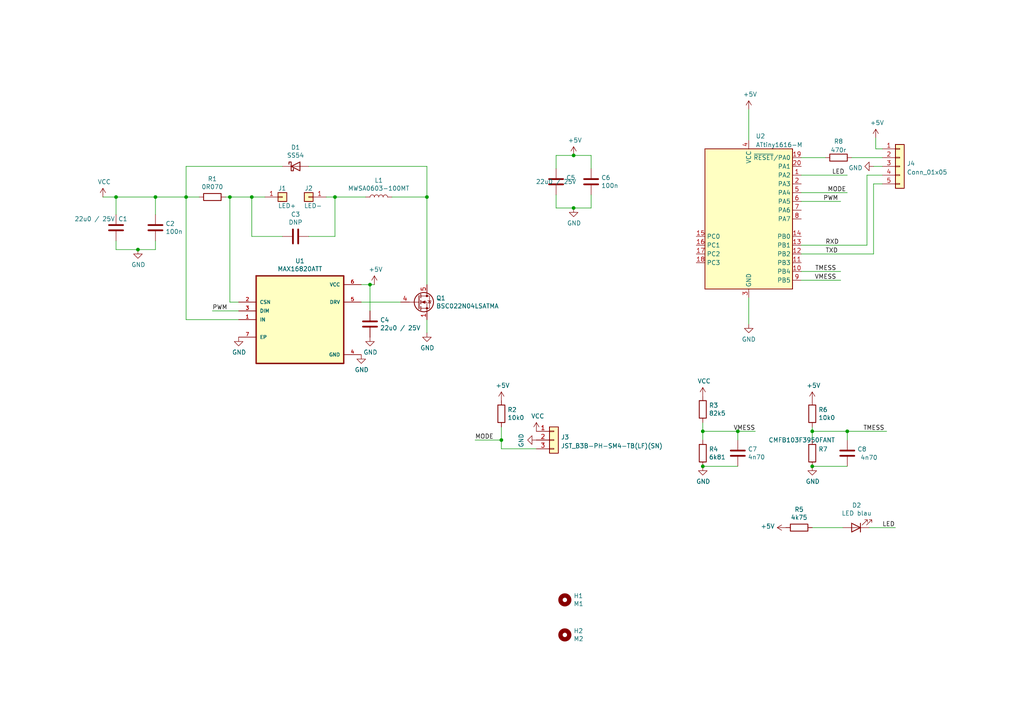
<source format=kicad_sch>
(kicad_sch (version 20211123) (generator eeschema)
  (paper "A4")
  (title_block (title "LED Buck 3A") (date "2020-10-30") (rev "4"))
  (lib_symbols
    (symbol "Connector_Generic:Conn_01x01" (pin_names (offset 1.016) hide)
      (property "Reference" "J" (at 0 2.54 0))
      (property "Value" "Conn_01x01" (at 0 -2.54 0))
      (symbol "Conn_01x01_1_1"
        (rectangle (start -1.27 0.127) (end 0 -0.127) (stroke (width 0.1524)))
        (rectangle (start -1.27 1.27) (end 1.27 -1.27) (stroke (width 0.254)) (fill (type background)))
        (pin passive line (at -5.08 0 0) (length 3.81) (name "Pin_1") (number "1"))
      )
    )
    (symbol "Connector_Generic:Conn_01x03" (pin_names (offset 1.016) hide)
      (property "Reference" "J" (at 0 5.08 0))
      (property "Value" "Conn_01x03" (at 0 -5.08 0))
      (symbol "Conn_01x03_1_1"
        (rectangle (start -1.27 -2.413) (end 0 -2.667) (stroke (width 0.1524)))
        (rectangle (start -1.27 0.127) (end 0 -0.127) (stroke (width 0.1524)))
        (rectangle (start -1.27 2.667) (end 0 2.413) (stroke (width 0.1524)))
        (rectangle (start -1.27 3.81) (end 1.27 -3.81) (stroke (width 0.254)) (fill (type background)))
        (pin passive line (at -5.08 2.54 0) (length 3.81) (name "Pin_1") (number "1"))
        (pin passive line (at -5.08 0 0) (length 3.81) (name "Pin_2") (number "2"))
        (pin passive line (at -5.08 -2.54 0) (length 3.81) (name "Pin_3") (number "3"))
      )
    )
    (symbol "Connector_Generic:Conn_01x05" (pin_names (offset 1.016) hide)
      (property "Reference" "J" (at 0 7.62 0))
      (property "Value" "Conn_01x05" (at 0 -7.62 0))
      (symbol "Conn_01x05_1_1"
        (rectangle (start -1.27 -4.953) (end 0 -5.207) (stroke (width 0.1524)))
        (rectangle (start -1.27 -2.413) (end 0 -2.667) (stroke (width 0.1524)))
        (rectangle (start -1.27 0.127) (end 0 -0.127) (stroke (width 0.1524)))
        (rectangle (start -1.27 2.667) (end 0 2.413) (stroke (width 0.1524)))
        (rectangle (start -1.27 5.207) (end 0 4.953) (stroke (width 0.1524)))
        (rectangle (start -1.27 6.35) (end 1.27 -6.35) (stroke (width 0.254)) (fill (type background)))
        (pin passive line (at -5.08 5.08 0) (length 3.81) (name "Pin_1") (number "1"))
        (pin passive line (at -5.08 2.54 0) (length 3.81) (name "Pin_2") (number "2"))
        (pin passive line (at -5.08 0 0) (length 3.81) (name "Pin_3") (number "3"))
        (pin passive line (at -5.08 -2.54 0) (length 3.81) (name "Pin_4") (number "4"))
        (pin passive line (at -5.08 -5.08 0) (length 3.81) (name "Pin_5") (number "5"))
      )
    )
    (symbol "Device:C" (pin_numbers hide) (pin_names (offset 0.254))
      (property "Reference" "C" (at 0.635 2.54 0))
      (property "Value" "C" (at 0.635 -2.54 0))
      (symbol "C_0_1"
        (polyline (pts (xy -2.032 -0.762) (xy 2.032 -0.762)) (stroke (width 0.508)))
        (polyline (pts (xy -2.032 0.762) (xy 2.032 0.762)) (stroke (width 0.508)))
      )
      (symbol "C_1_1"
        (pin passive line (at 0 3.81 270) (length 2.794) (name "~") (number "1"))
        (pin passive line (at 0 -3.81 90) (length 2.794) (name "~") (number "2"))
      )
    )
    (symbol "Device:D_Schottky" (pin_numbers hide) (pin_names (offset 1.016) hide)
      (property "Reference" "D" (at 0 2.54 0))
      (property "Value" "D_Schottky" (at 0 -2.54 0))
      (symbol "D_Schottky_0_1"
        (polyline (pts (xy 1.27 0) (xy -1.27 0)))
        (polyline (pts (xy 1.27 1.27) (xy 1.27 -1.27) (xy -1.27 0) (xy 1.27 1.27)) (stroke (width 0.254)))
        (polyline (pts (xy -1.905 0.635) (xy -1.905 1.27) (xy -1.27 1.27) (xy -1.27 -1.27) (xy -0.635 -1.27) (xy -0.635 -0.635)) (stroke (width 0.254)))
      )
      (symbol "D_Schottky_1_1"
        (pin passive line (at -3.81 0 0) (length 2.54) (name "K") (number "1"))
        (pin passive line (at 3.81 0 180) (length 2.54) (name "A") (number "2"))
      )
    )
    (symbol "Device:L" (pin_numbers hide) (pin_names (offset 1.016) hide)
      (property "Reference" "L" (at -1.27 0 90))
      (property "Value" "L" (at 1.905 0 90))
      (symbol "L_0_1"
        (arc (start 0 -2.54) (mid 0.635 -1.905) (end 0 -1.27))
        (arc (start 0 -1.27) (mid 0.635 -0.635) (end 0 0))
        (arc (start 0 0) (mid 0.635 0.635) (end 0 1.27))
        (arc (start 0 1.27) (mid 0.635 1.905) (end 0 2.54))
      )
      (symbol "L_1_1"
        (pin passive line (at 0 3.81 270) (length 1.27) (name "1") (number "1"))
        (pin passive line (at 0 -3.81 90) (length 1.27) (name "2") (number "2"))
      )
    )
    (symbol "Device:LED" (pin_numbers hide) (pin_names (offset 1.016) hide)
      (property "Reference" "D" (at 0 2.54 0))
      (property "Value" "LED" (at 0 -2.54 0))
      (symbol "LED_0_1"
        (polyline (pts (xy -1.27 -1.27) (xy -1.27 1.27)) (stroke (width 0.254)))
        (polyline (pts (xy -1.27 0) (xy 1.27 0)))
        (polyline (pts (xy 1.27 -1.27) (xy 1.27 1.27) (xy -1.27 0) (xy 1.27 -1.27)) (stroke (width 0.254)))
        (polyline (pts (xy -3.048 -0.762) (xy -4.572 -2.286) (xy -3.81 -2.286) (xy -4.572 -2.286) (xy -4.572 -1.524)))
        (polyline (pts (xy -1.778 -0.762) (xy -3.302 -2.286) (xy -2.54 -2.286) (xy -3.302 -2.286) (xy -3.302 -1.524)))
      )
      (symbol "LED_1_1"
        (pin passive line (at -3.81 0 0) (length 2.54) (name "K") (number "1"))
        (pin passive line (at 3.81 0 180) (length 2.54) (name "A") (number "2"))
      )
    )
    (symbol "Device:R" (pin_numbers hide) (pin_names (offset 0))
      (property "Reference" "R" (at 2.032 0 90))
      (property "Value" "R" (at 0 0 90))
      (symbol "R_0_1"
        (rectangle (start -1.016 -2.54) (end 1.016 2.54) (stroke (width 0.254)))
      )
      (symbol "R_1_1"
        (pin passive line (at 0 3.81 270) (length 1.27) (name "~") (number "1"))
        (pin passive line (at 0 -3.81 90) (length 1.27) (name "~") (number "2"))
      )
    )
    (symbol "MCU_Microchip_ATtiny:ATtiny1616-M"
      (property "Reference" "U" (at -12.7 21.59 0))
      (property "Value" "ATtiny1616-M" (at 2.54 -21.59 0))
      (symbol "ATtiny1616-M_0_1"
        (rectangle (start -12.7 -20.32) (end 12.7 20.32) (stroke (width 0.254)) (fill (type background)))
      )
      (symbol "ATtiny1616-M_1_1"
        (pin bidirectional line (at 15.24 12.7 180) (length 2.54) (name "PA2") (number "1"))
        (pin bidirectional line (at 15.24 -15.24 180) (length 2.54) (name "PB4") (number "10"))
        (pin bidirectional line (at 15.24 -12.7 180) (length 2.54) (name "PB3") (number "11"))
        (pin bidirectional line (at 15.24 -10.16 180) (length 2.54) (name "PB2") (number "12"))
        (pin bidirectional line (at 15.24 -7.62 180) (length 2.54) (name "PB1") (number "13"))
        (pin bidirectional line (at 15.24 -5.08 180) (length 2.54) (name "PB0") (number "14"))
        (pin bidirectional line (at -15.24 -5.08 0) (length 2.54) (name "PC0") (number "15"))
        (pin bidirectional line (at -15.24 -7.62 0) (length 2.54) (name "PC1") (number "16"))
        (pin bidirectional line (at -15.24 -10.16 0) (length 2.54) (name "PC2") (number "17"))
        (pin bidirectional line (at -15.24 -12.7 0) (length 2.54) (name "PC3") (number "18"))
        (pin bidirectional line (at 15.24 17.78 180) (length 2.54) (name "~{RESET}/PA0") (number "19"))
        (pin bidirectional line (at 15.24 10.16 180) (length 2.54) (name "PA3") (number "2"))
        (pin bidirectional line (at 15.24 15.24 180) (length 2.54) (name "PA1") (number "20"))
        (pin passive line (at 0 -22.86 90) (length 2.54) hide (name "GND") (number "21"))
        (pin power_in line (at 0 -22.86 90) (length 2.54) (name "GND") (number "3"))
        (pin power_in line (at 0 22.86 270) (length 2.54) (name "VCC") (number "4"))
        (pin bidirectional line (at 15.24 7.62 180) (length 2.54) (name "PA4") (number "5"))
        (pin bidirectional line (at 15.24 5.08 180) (length 2.54) (name "PA5") (number "6"))
        (pin bidirectional line (at 15.24 2.54 180) (length 2.54) (name "PA6") (number "7"))
        (pin bidirectional line (at 15.24 0 180) (length 2.54) (name "PA7") (number "8"))
        (pin bidirectional line (at 15.24 -17.78 180) (length 2.54) (name "PB5") (number "9"))
      )
    )
    (symbol "Mechanical:MountingHole" (pin_names (offset 1.016))
      (property "Reference" "H" (at 0 5.08 0))
      (property "Value" "MountingHole" (at 0 3.175 0))
      (symbol "MountingHole_0_1"
        (circle (center 0 0) (radius 1.27) (stroke (width 1.27)))
      )
    )
    (symbol "Transistor_FET:BSC040N08NS5" (pin_names hide)
      (property "Reference" "Q" (at 5.08 1.905 0))
      (property "Value" "BSC040N08NS5" (at 5.08 0 0))
      (symbol "BSC040N08NS5_0_1"
        (polyline (pts (xy 0.254 0) (xy -2.54 0)))
        (polyline (pts (xy 0.254 1.905) (xy 0.254 -1.905)) (stroke (width 0.254)))
        (polyline (pts (xy 0.762 -1.27) (xy 0.762 -2.286)) (stroke (width 0.254)))
        (polyline (pts (xy 0.762 0.508) (xy 0.762 -0.508)) (stroke (width 0.254)))
        (polyline (pts (xy 0.762 2.286) (xy 0.762 1.27)) (stroke (width 0.254)))
        (polyline (pts (xy 2.54 2.54) (xy 2.54 1.778)))
        (polyline (pts (xy 2.54 -2.54) (xy 2.54 0) (xy 0.762 0)))
        (polyline (pts (xy 0.762 -1.778) (xy 3.302 -1.778) (xy 3.302 1.778) (xy 0.762 1.778)))
        (polyline (pts (xy 1.016 0) (xy 2.032 0.381) (xy 2.032 -0.381) (xy 1.016 0)) (fill (type outline)))
        (polyline (pts (xy 2.794 0.508) (xy 2.921 0.381) (xy 3.683 0.381) (xy 3.81 0.254)))
        (polyline (pts (xy 3.302 0.381) (xy 2.921 -0.254) (xy 3.683 -0.254) (xy 3.302 0.381)))
        (circle (center 1.651 0) (radius 2.794) (stroke (width 0.254)))
        (circle (center 2.54 -1.778) (radius 0.254) (fill (type outline)))
        (circle (center 2.54 1.778) (radius 0.254) (fill (type outline)))
      )
      (symbol "BSC040N08NS5_1_1"
        (pin passive line (at 2.54 -5.08 90) (length 2.54) (name "S") (number "1"))
        (pin passive line (at 2.54 -5.08 90) (length 2.54) hide (name "S") (number "2"))
        (pin passive line (at 2.54 -5.08 90) (length 2.54) hide (name "S") (number "3"))
        (pin passive line (at -5.08 0 0) (length 2.54) (name "G") (number "4"))
        (pin passive line (at 2.54 5.08 270) (length 2.54) (name "D") (number "5"))
      )
    )
    (symbol "buck3a:MAX16819ATT+T" (pin_names (offset 1.016))
      (property "Reference" "U" (at -12.7 13.6906 0))
      (property "Value" "MAX16819ATT+T" (at -12.7 -16.6878 0))
      (symbol "MAX16819ATT+T_0_0"
        (pin input line (at -17.78 0 0) (length 5.08) (name "IN") (number "1"))
        (pin input line (at -17.78 5.08 0) (length 5.08) (name "CSN") (number "2"))
        (pin input line (at -17.78 2.54 0) (length 5.08) (name "DIM") (number "3"))
        (pin power_in line (at 17.78 -10.16 180) (length 5.08) (name "GND") (number "4"))
        (pin output line (at 17.78 5.08 180) (length 5.08) (name "DRV") (number "5"))
        (pin power_in line (at 17.78 10.16 180) (length 5.08) (name "VCC") (number "6"))
        (pin bidirectional line (at -17.78 -5.08 0) (length 5.08) (name "EP") (number "7"))
      )
      (symbol "MAX16819ATT+T_1_0"
        (rectangle (start 12.7 -12.7) (end -12.7 12.7) (stroke (width 0.4064)) (fill (type background)))
      )
    )
    (symbol "power:+5V" (power) (pin_names (offset 0))
      (property "Value" "+5V" (at 0 3.556 0))
      (symbol "+5V_0_1"
        (polyline (pts (xy -0.762 1.27) (xy 0 2.54)))
        (polyline (pts (xy 0 0) (xy 0 2.54)))
        (polyline (pts (xy 0 2.54) (xy 0.762 1.27)))
      )
      (symbol "+5V_1_1"
        (pin power_in line (at 0 0 90) (length 0) hide (name "+5V") (number "1"))
      )
    )
    (symbol "power:GND" (power) (pin_names (offset 0))
      (property "Value" "GND" (at 0 -3.81 0))
      (symbol "GND_0_1"
        (polyline (pts (xy 0 0) (xy 0 -1.27) (xy 1.27 -1.27) (xy 0 -2.54) (xy -1.27 -1.27) (xy 0 -1.27)))
      )
      (symbol "GND_1_1"
        (pin power_in line (at 0 0 270) (length 0) hide (name "GND") (number "1"))
      )
    )
    (symbol "power:VCC" (power) (pin_names (offset 0))
      (property "Value" "VCC" (at 0 3.81 0))
      (symbol "VCC_0_1"
        (polyline (pts (xy -0.762 1.27) (xy 0 2.54)))
        (polyline (pts (xy 0 0) (xy 0 2.54)))
        (polyline (pts (xy 0 2.54) (xy 0.762 1.27)))
      )
      (symbol "VCC_1_1"
        (pin power_in line (at 0 0 90) (length 0) hide (name "VCC") (number "1"))
      )
    )
  )
  (junction (at 53.975 57.15))
  (junction (at 40.005 72.39))
  (junction (at 245.745 125.095))
  (junction (at 123.825 57.15))
  (junction (at 66.675 57.15))
  (junction (at 235.585 135.255))
  (junction (at 213.995 125.095))
  (junction (at 73.025 57.15))
  (junction (at 45.085 57.15))
  (junction (at 166.37 60.325))
  (junction (at 235.585 125.095))
  (junction (at 145.415 127.635))
  (junction (at 203.835 135.255))
  (junction (at 166.37 45.085))
  (junction (at 97.155 57.15))
  (junction (at 33.655 57.15))
  (junction (at 203.835 125.095))
  (junction (at 107.315 82.55))
  (wire (pts (xy 73.025 57.15) (xy 73.025 68.58)))
  (wire (pts (xy 53.975 57.15) (xy 57.785 57.15)))
  (wire (pts (xy 107.315 82.55) (xy 108.585 82.55)))
  (wire (pts (xy 104.775 87.63) (xy 116.205 87.63)))
  (wire (pts (xy 203.835 125.095) (xy 203.835 127.635)))
  (wire (pts (xy 65.405 57.15) (xy 66.675 57.15)))
  (wire (pts (xy 232.41 45.72) (xy 239.395 45.72)))
  (wire (pts (xy 161.29 56.515) (xy 161.29 60.325)))
  (wire (pts (xy 232.41 50.8) (xy 245.745 50.8)))
  (wire (pts (xy 97.155 68.58) (xy 97.155 57.15)))
  (wire (pts (xy 232.41 58.42) (xy 243.84 58.42)))
  (wire (pts (xy 104.775 82.55) (xy 107.315 82.55)))
  (wire (pts (xy 113.665 57.15) (xy 123.825 57.15)))
  (wire (pts (xy 203.835 125.095) (xy 213.995 125.095)))
  (wire (pts (xy 89.535 68.58) (xy 97.155 68.58)))
  (wire (pts (xy 33.655 69.85) (xy 33.655 72.39)))
  (wire (pts (xy 213.995 127.635) (xy 213.995 125.095)))
  (wire (pts (xy 253.365 73.66) (xy 253.365 53.34)))
  (wire (pts (xy 252.095 153.035) (xy 259.715 153.035)))
  (wire (pts (xy 171.45 48.895) (xy 171.45 45.085)))
  (wire (pts (xy 161.29 60.325) (xy 166.37 60.325)))
  (wire (pts (xy 45.085 62.23) (xy 45.085 57.15)))
  (wire (pts (xy 73.025 57.15) (xy 76.835 57.15)))
  (wire (pts (xy 123.825 57.15) (xy 123.825 82.55)))
  (wire (pts (xy 245.745 55.88) (xy 232.41 55.88)))
  (wire (pts (xy 123.825 92.71) (xy 123.825 96.52)))
  (wire (pts (xy 123.825 48.26) (xy 123.825 57.15)))
  (wire (pts (xy 213.995 125.095) (xy 219.075 125.095)))
  (wire (pts (xy 66.675 87.63) (xy 69.215 87.63)))
  (wire (pts (xy 235.585 125.095) (xy 245.745 125.095)))
  (wire (pts (xy 81.915 48.26) (xy 53.975 48.26)))
  (wire (pts (xy 107.315 90.17) (xy 107.315 82.55)))
  (wire (pts (xy 45.085 72.39) (xy 45.085 69.85)))
  (wire (pts (xy 232.41 71.12) (xy 251.46 71.12)))
  (wire (pts (xy 247.015 45.72) (xy 255.905 45.72)))
  (wire (pts (xy 235.585 153.035) (xy 244.475 153.035)))
  (wire (pts (xy 97.155 57.15) (xy 106.045 57.15)))
  (wire (pts (xy 161.29 45.085) (xy 161.29 48.895)))
  (wire (pts (xy 243.84 81.28) (xy 232.41 81.28)))
  (wire (pts (xy 217.17 86.36) (xy 217.17 93.98)))
  (wire (pts (xy 232.41 73.66) (xy 253.365 73.66)))
  (wire (pts (xy 66.675 57.15) (xy 73.025 57.15)))
  (wire (pts (xy 171.45 60.325) (xy 171.45 56.515)))
  (wire (pts (xy 66.675 57.15) (xy 66.675 87.63)))
  (wire (pts (xy 53.975 92.71) (xy 69.215 92.71)))
  (wire (pts (xy 253.365 53.34) (xy 255.905 53.34)))
  (wire (pts (xy 155.575 130.175) (xy 145.415 130.175)))
  (wire (pts (xy 213.995 135.255) (xy 203.835 135.255)))
  (wire (pts (xy 245.745 135.255) (xy 235.585 135.255)))
  (wire (pts (xy 145.415 130.175) (xy 145.415 127.635)))
  (wire (pts (xy 40.005 72.39) (xy 45.085 72.39)))
  (wire (pts (xy 166.37 60.325) (xy 171.45 60.325)))
  (wire (pts (xy 69.215 90.17) (xy 61.595 90.17)))
  (wire (pts (xy 171.45 45.085) (xy 166.37 45.085)))
  (wire (pts (xy 251.46 50.8) (xy 255.905 50.8)))
  (wire (pts (xy 217.17 31.75) (xy 217.17 40.64)))
  (wire (pts (xy 33.655 57.15) (xy 45.085 57.15)))
  (wire (pts (xy 145.415 127.635) (xy 145.415 123.825)))
  (wire (pts (xy 33.655 72.39) (xy 40.005 72.39)))
  (wire (pts (xy 53.975 57.15) (xy 53.975 92.71)))
  (wire (pts (xy 73.025 68.58) (xy 81.915 68.58)))
  (wire (pts (xy 33.655 62.23) (xy 33.655 57.15)))
  (wire (pts (xy 255.905 43.18) (xy 254 43.18)))
  (wire (pts (xy 89.535 48.26) (xy 123.825 48.26)))
  (wire (pts (xy 245.745 125.095) (xy 257.175 125.095)))
  (wire (pts (xy 253.365 48.26) (xy 255.905 48.26)))
  (wire (pts (xy 203.835 122.555) (xy 203.835 125.095)))
  (wire (pts (xy 235.585 125.095) (xy 235.585 127.635)))
  (wire (pts (xy 94.615 57.15) (xy 97.155 57.15)))
  (wire (pts (xy 243.84 78.74) (xy 232.41 78.74)))
  (wire (pts (xy 29.845 57.15) (xy 33.655 57.15)))
  (wire (pts (xy 235.585 123.825) (xy 235.585 125.095)))
  (wire (pts (xy 251.46 71.12) (xy 251.46 50.8)))
  (wire (pts (xy 166.37 45.085) (xy 161.29 45.085)))
  (wire (pts (xy 145.415 127.635) (xy 137.795 127.635)))
  (wire (pts (xy 245.745 127.635) (xy 245.745 125.095)))
  (wire (pts (xy 254 40.005) (xy 254 43.18)))
  (wire (pts (xy 45.085 57.15) (xy 53.975 57.15)))
  (wire (pts (xy 53.975 48.26) (xy 53.975 57.15)))
  (label "TXD" (at 239.395 73.66 0))
  (label "LED" (at 255.905 153.035 0))
  (label "PWM" (at 61.595 90.17 0))
  (label "TMESS" (at 256.54 125.095 180))
  (label "RXD" (at 239.395 71.12 0))
  (label "TMESS" (at 242.57 78.74 180))
  (label "MODE" (at 137.795 127.635 0))
  (label "VMESS" (at 242.57 81.28 180))
  (label "PWM" (at 238.76 58.42 0))
  (label "LED" (at 241.3 50.8 0))
  (label "VMESS" (at 212.725 125.095 0))
  (label "MODE" (at 240.03 55.88 0))
  (symbol (lib_id "Mechanical:MountingHole") (at 163.83 173.99 0) (unit 1)
    (property "Reference" "H1" (at 166.37 172.8216 0) (effects (justify left)))
    (property "Value" "M1" (at 166.37 175.133 0) (effects (justify left)))
    (property "Footprint" "MountingHole:MountingHole_3.2mm_M3" (effects hide))
  )
  (symbol (lib_id "Mechanical:MountingHole") (at 163.83 184.15 0) (unit 1)
    (property "Reference" "H2" (at 166.37 182.9816 0) (effects (justify left)))
    (property "Value" "M2" (at 166.37 185.293 0) (effects (justify left)))
    (property "Footprint" "MountingHole:MountingHole_3.2mm_M3" (effects hide))
  )
  (symbol (lib_id "Device:R") (at 231.775 153.035 270) (unit 1)
    (property "Reference" "R5" (at 231.775 147.7772 90))
    (property "Value" "4k75" (at 231.775 150.0886 90))
    (property "Footprint" "Resistor_SMD:R_0805_2012Metric" (effects hide))
    (property "LCSC" "C17672" (effects hide))
  )
  (symbol (lib_id "Device:R") (at 203.835 131.445 0) (unit 1)
    (property "Reference" "R4" (at 205.613 130.2766 0) (effects (justify left)))
    (property "Value" "6k81" (at 205.613 132.588 0) (effects (justify left)))
    (property "Footprint" "Resistor_SMD:R_0805_2012Metric" (effects hide))
    (property "LCSC" "C17771" (effects hide))
  )
  (symbol (lib_id "power:GND") (at 203.835 135.255 0) (unit 1)
    (property "Reference" "#PWR0105" (effects hide))
    (property "Value" "GND" (at 203.962 139.6492 0))
  )
  (symbol (lib_id "power:GND") (at 69.215 97.79 0) (unit 1)
    (property "Reference" "#PWR0120" (effects hide))
    (property "Value" "GND" (at 69.342 102.1842 0))
  )
  (symbol (lib_id "power:VCC") (at 155.575 125.095 0) (unit 1)
    (property "Reference" "#PWR0104" (effects hide))
    (property "Value" "VCC" (at 155.956 120.7008 0))
  )
  (symbol (lib_id "Transistor_FET:BSC040N08NS5") (at 121.285 87.63 0) (unit 1)
    (property "Reference" "Q1" (at 126.492 86.4616 0) (effects (justify left)))
    (property "Value" "BSC022N04LSATMA" (at 126.492 88.773 0) (effects (justify left)))
    (property "Footprint" "Package_TO_SOT_SMD:TDSON-8-1" (effects hide))
    (property "Datasheet" "http://www.infineon.com/dgdl/Infineon-BSC040N08NS5-DS-v02_00-EN.pdf?fileId=5546d4624ad04ef9014ae3065a7e2a05" (effects hide))
    (property "LCSC" " C148266" (effects hide))
  )
  (symbol (lib_id "Device:D_Schottky") (at 85.725 48.26 0) (unit 1)
    (property "Reference" "D1" (at 85.725 42.7482 0))
    (property "Value" "SS54" (at 85.725 45.0596 0))
    (property "Footprint" "Diode_SMD:D_SMA" (effects hide))
    (property "LCSC" "C22452" (effects hide))
  )
  (symbol (lib_id "power:VCC") (at 203.835 114.935 0) (unit 1)
    (property "Reference" "#PWR0102" (effects hide))
    (property "Value" "VCC" (at 204.216 110.5408 0))
  )
  (symbol (lib_id "Device:C") (at 213.995 131.445 0) (unit 1)
    (property "Reference" "C7" (at 216.916 130.2766 0) (effects (justify left)))
    (property "Value" "4n70" (at 216.916 132.588 0) (effects (justify left)))
    (property "Footprint" "Capacitor_SMD:C_0805_2012Metric" (effects hide))
    (property "LCSC" "C1744" (effects hide))
  )
  (symbol (lib_id "power:GND") (at 155.575 127.635 270) (unit 1)
    (property "Reference" "#PWR0101" (effects hide))
    (property "Value" "GND" (at 151.1808 127.762 0))
  )
  (symbol (lib_id "Device:R") (at 145.415 120.015 0) (unit 1)
    (property "Reference" "R2" (at 147.193 118.8466 0) (effects (justify left)))
    (property "Value" "10k0" (at 147.193 121.158 0) (effects (justify left)))
    (property "Footprint" "Resistor_SMD:R_0805_2012Metric" (effects hide))
    (property "LCSC" "C17414" (effects hide))
  )
  (symbol (lib_id "power:GND") (at 123.825 96.52 0) (unit 1)
    (property "Reference" "#PWR0117" (effects hide))
    (property "Value" "GND" (at 123.952 100.9142 0))
  )
  (symbol (lib_id "Device:L") (at 109.855 57.15 90) (unit 1)
    (property "Reference" "L1" (at 109.855 52.324 90))
    (property "Value" "MWSA0603-100MT" (at 109.855 54.6354 90))
    (property "Footprint" "Inductor_SMD:L_Sumida_CDMC6D28_7.25x6.5mm" (effects hide))
    (property "LCSC" "C132141" (effects hide))
  )
  (symbol (lib_id "power:GND") (at 40.005 72.39 0) (unit 1)
    (property "Reference" "#PWR0109" (effects hide))
    (property "Value" "GND" (at 40.132 76.7842 0))
  )
  (symbol (lib_id "Device:C") (at 85.725 68.58 270) (unit 1)
    (property "Reference" "C3" (at 85.725 62.1792 90))
    (property "Value" "DNP" (at 85.725 64.4906 90))
    (property "Footprint" "Capacitor_SMD:C_0805_2012Metric" (effects hide))
  )
  (symbol (lib_id "power:GND") (at 166.37 60.325 0) (unit 1)
    (property "Reference" "#PWR0106" (effects hide))
    (property "Value" "GND" (at 166.497 64.7192 0))
  )
  (symbol (lib_id "Device:C") (at 45.085 66.04 0) (unit 1)
    (property "Reference" "C2" (at 48.006 64.8716 0) (effects (justify left)))
    (property "Value" "100n" (at 48.006 67.183 0) (effects (justify left)))
    (property "Footprint" "Capacitor_SMD:C_0805_2012Metric" (effects hide))
    (property "LCSC" "C49678" (effects hide))
  )
  (symbol (lib_id "Device:C") (at 33.655 66.04 0) (unit 1)
    (property "Reference" "C1" (at 34.29 63.5 0) (effects (justify left)))
    (property "Value" "22u0 / 25V" (at 21.59 63.5 0) (effects (justify left)))
    (property "Footprint" "Capacitor_SMD:C_1210_3225Metric" (effects hide))
    (property "LCSC" "C90143" (effects hide))
  )
  (symbol (lib_id "MCU_Microchip_ATtiny:ATtiny1616-M") (at 217.17 63.5 0) (unit 1)
    (property "Reference" "U2" (at 219.1894 39.4802 0) (effects (justify left)))
    (property "Value" "ATtiny1616-M" (at 219.1894 42.0171 0) (effects (justify left)))
    (property "Footprint" "Package_DFN_QFN:VQFN-20-1EP_3x3mm_P0.4mm_EP1.7x1.7mm" (effects hide))
    (property "Datasheet" "http://ww1.microchip.com/downloads/en/DeviceDoc/ATtiny3216_ATtiny1616-data-sheet-40001997B.pdf" (effects hide))
  )
  (symbol (lib_id "power:+5V") (at 227.965 153.035 90) (unit 1)
    (property "Reference" "#PWR0111" (effects hide))
    (property "Value" "+5V" (at 224.7138 152.654 90) (effects (justify left)))
  )
  (symbol (lib_id "power:+5V") (at 145.415 116.205 0) (unit 1)
    (property "Reference" "#PWR0103" (effects hide))
    (property "Value" "+5V" (at 145.796 111.8108 0))
  )
  (symbol (lib_id "Device:R") (at 203.835 118.745 0) (unit 1)
    (property "Reference" "R3" (at 205.613 117.5766 0) (effects (justify left)))
    (property "Value" "82k5" (at 205.613 119.888 0) (effects (justify left)))
    (property "Footprint" "Resistor_SMD:R_0805_2012Metric" (effects hide))
    (property "LCSC" "C17835" (effects hide))
  )
  (symbol (lib_id "power:GND") (at 217.17 93.98 0) (unit 1)
    (property "Reference" "#PWR0114" (effects hide))
    (property "Value" "GND" (at 217.17 98.4234 0))
  )
  (symbol (lib_id "Device:R") (at 235.585 131.445 0) (unit 1)
    (property "Reference" "R7" (at 237.363 130.2766 0) (effects (justify left)))
    (property "Value" "CMFB103F3950FANT" (at 222.885 127.635 0) (effects (justify left)))
    (property "Footprint" "Resistor_SMD:R_0805_2012Metric" (effects hide))
    (property "LCSC" "C51597" (effects hide))
  )
  (symbol (lib_id "power:+5V") (at 217.17 31.75 0) (unit 1)
    (property "Reference" "#PWR0113" (effects hide))
    (property "Value" "+5V" (at 217.551 27.3558 0))
  )
  (symbol (lib_id "Device:C") (at 161.29 52.705 0) (unit 1)
    (property "Reference" "C5" (at 164.211 51.5366 0) (effects (justify left)))
    (property "Value" "22u0 / 25V" (at 161.29 52.705 0))
    (property "Footprint" "Capacitor_SMD:C_0805_2012Metric" (effects hide))
    (property "LCSC" "C45783" (effects hide))
  )
  (symbol (lib_id "Device:C") (at 171.45 52.705 0) (unit 1)
    (property "Reference" "C6" (at 174.371 51.5366 0) (effects (justify left)))
    (property "Value" "100n" (at 174.371 53.848 0) (effects (justify left)))
    (property "Footprint" "Capacitor_SMD:C_0805_2012Metric" (effects hide))
    (property "LCSC" "C49678" (effects hide))
  )
  (symbol (lib_id "Device:R") (at 61.595 57.15 270) (unit 1)
    (property "Reference" "R1" (at 61.595 51.8922 90))
    (property "Value" "0R070" (at 61.595 54.2036 90))
    (property "Footprint" "Resistor_SMD:R_2512_6332Metric" (effects hide))
    (property "LCSC" "C76251" (effects hide))
  )
  (symbol (lib_id "Device:C") (at 245.745 131.445 0) (unit 1)
    (property "Reference" "C8" (at 248.666 130.2766 0) (effects (justify left)))
    (property "Value" "4n70" (at 249.555 132.715 0) (effects (justify left)))
    (property "Footprint" "Capacitor_SMD:C_0805_2012Metric" (effects hide))
    (property "LCSC" "C1744" (effects hide))
  )
  (symbol (lib_id "power:GND") (at 107.315 97.79 0) (unit 1)
    (property "Reference" "#PWR0119" (effects hide))
    (property "Value" "GND" (at 107.442 102.1842 0))
  )
  (symbol (lib_id "buck3a:MAX16819ATT+T") (at 86.995 92.71 0) (unit 1)
    (property "Reference" "U1" (at 86.995 75.692 0))
    (property "Value" "MAX16820ATT" (at 86.995 78.0034 0))
    (property "Footprint" "buck_3a_v4:SON95P300X300X80-7N" (effects hide))
    (property "LCSC" "C143371" (effects hide))
  )
  (symbol (lib_id "Device:C") (at 107.315 93.98 0) (unit 1)
    (property "Reference" "C4" (at 110.236 92.8116 0) (effects (justify left)))
    (property "Value" "22u0 / 25V" (at 110.236 95.123 0) (effects (justify left)))
    (property "Footprint" "Capacitor_SMD:C_0805_2012Metric" (effects hide))
    (property "LCSC" "C45783" (effects hide))
  )
  (symbol (lib_id "Device:R") (at 235.585 120.015 0) (unit 1)
    (property "Reference" "R6" (at 237.363 118.8466 0) (effects (justify left)))
    (property "Value" "10k0" (at 237.363 121.158 0) (effects (justify left)))
    (property "Footprint" "Resistor_SMD:R_0805_2012Metric" (effects hide))
    (property "LCSC" "C17414" (effects hide))
  )
  (symbol (lib_id "power:VCC") (at 29.845 57.15 0) (unit 1)
    (property "Reference" "#PWR0108" (effects hide))
    (property "Value" "VCC" (at 30.226 52.7558 0))
  )
  (symbol (lib_id "Connector_Generic:Conn_01x03") (at 160.655 127.635 0) (unit 1)
    (property "Reference" "J3" (at 162.687 126.8003 0) (effects (justify left)))
    (property "Value" "JST_B3B-PH-SM4-TB(LF)(SN)" (at 162.687 129.3372 0) (effects (justify left)))
    (property "Footprint" "Connector_JST:JST_PH_B3B-PH-SM4-TB_1x03-1MP_P2.00mm_Vertical" (effects hide))
  )
  (symbol (lib_id "power:+5V") (at 254 40.005 0) (unit 1)
    (property "Reference" "#PWR0116" (effects hide))
    (property "Value" "+5V" (at 254.381 35.6108 0))
  )
  (symbol (lib_id "Device:LED") (at 248.285 153.035 180) (unit 1)
    (property "Reference" "D2" (at 248.4628 146.558 0))
    (property "Value" "LED blau" (at 248.4628 148.8694 0))
    (property "Footprint" "LED_SMD:LED_0805_2012Metric" (effects hide))
    (property "LCSC" "C2293" (effects hide))
  )
  (symbol (lib_id "power:GND") (at 253.365 48.26 270) (unit 1)
    (property "Reference" "#PWR0115" (effects hide))
    (property "Value" "GND" (at 250.1901 48.6938 90) (effects (justify right)))
  )
  (symbol (lib_id "power:+5V") (at 166.37 45.085 0) (unit 1)
    (property "Reference" "#PWR0107" (effects hide))
    (property "Value" "+5V" (at 166.751 40.6908 0))
  )
  (symbol (lib_id "Device:R") (at 243.205 45.72 90) (unit 1)
    (property "Reference" "R8" (at 243.205 41.0042 90))
    (property "Value" "470r" (at 243.205 43.5411 90))
    (property "Footprint" "Resistor_SMD:R_0805_2012Metric" (effects hide))
  )
  (symbol (lib_id "Connector_Generic:Conn_01x01") (at 81.915 57.15 0) (unit 1)
    (property "Reference" "J1" (at 80.645 54.61 0) (effects (justify left)))
    (property "Value" "LED+" (at 80.645 59.69 0) (effects (justify left)))
    (property "Footprint" "TestPoint:TestPoint_Plated_Hole_D3.0mm" (effects hide))
  )
  (symbol (lib_id "power:+5V") (at 235.585 116.205 0) (unit 1)
    (property "Reference" "#PWR0110" (effects hide))
    (property "Value" "+5V" (at 235.966 111.8108 0))
  )
  (symbol (lib_id "power:GND") (at 104.775 102.87 0) (unit 1)
    (property "Reference" "#PWR0118" (effects hide))
    (property "Value" "GND" (at 104.902 107.2642 0))
  )
  (symbol (lib_id "Connector_Generic:Conn_01x05") (at 260.985 48.26 0) (unit 1)
    (property "Reference" "J4" (at 263.017 47.4253 0) (effects (justify left)))
    (property "Value" "Conn_01x05" (at 263.017 49.9622 0) (effects (justify left)))
    (property "Footprint" "Connector_PinHeader_2.00mm:PinHeader_1x05_P2.00mm_Vertical" (effects hide))
  )
  (symbol (lib_id "Connector_Generic:Conn_01x01") (at 89.535 57.15 180) (unit 1)
    (property "Reference" "J2" (at 89.535 54.61 0))
    (property "Value" "LED-" (at 90.805 59.69 0))
    (property "Footprint" "TestPoint:TestPoint_Plated_Hole_D3.0mm" (effects hide))
  )
  (symbol (lib_id "power:+5V") (at 108.585 82.55 0) (unit 1)
    (property "Reference" "#PWR0121" (effects hide))
    (property "Value" "+5V" (at 108.966 78.1558 0))
  )
  (symbol (lib_id "power:GND") (at 235.585 135.255 0) (unit 1)
    (property "Reference" "#PWR0112" (effects hide))
    (property "Value" "GND" (at 235.712 139.6492 0))
  )
)
</source>
